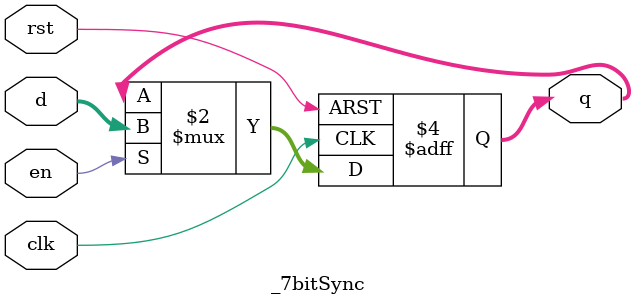
<source format=v>
module _7bitSync(
  input wire clk, rst, en,
  input wire [6:0] d,
  output reg [6:0] q
);
  always @(posedge clk, posedge rst)
    begin
      if (rst)
        q <= 7'b0000_000;
      else if (en)
        q <= d;
    end

endmodule
</source>
